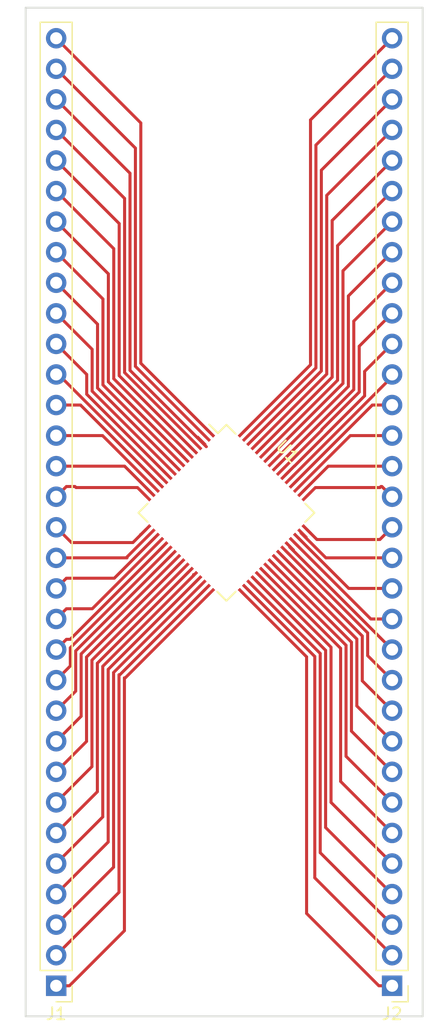
<source format=kicad_pcb>
(kicad_pcb (version 20171130) (host pcbnew "(5.0.1)-4")

  (general
    (thickness 1.6)
    (drawings 4)
    (tracks 232)
    (zones 0)
    (modules 3)
    (nets 64)
  )

  (page A4)
  (layers
    (0 F.Cu signal)
    (31 B.Cu signal)
    (32 B.Adhes user)
    (33 F.Adhes user)
    (34 B.Paste user)
    (35 F.Paste user)
    (36 B.SilkS user)
    (37 F.SilkS user)
    (38 B.Mask user)
    (39 F.Mask user)
    (40 Dwgs.User user)
    (41 Cmts.User user)
    (42 Eco1.User user)
    (43 Eco2.User user)
    (44 Edge.Cuts user)
    (45 Margin user)
    (46 B.CrtYd user)
    (47 F.CrtYd user)
    (48 B.Fab user)
    (49 F.Fab user)
  )

  (setup
    (last_trace_width 0.25)
    (trace_clearance 0.2)
    (zone_clearance 0.508)
    (zone_45_only no)
    (trace_min 0.2)
    (segment_width 0.2)
    (edge_width 0.15)
    (via_size 0.8)
    (via_drill 0.4)
    (via_min_size 0.4)
    (via_min_drill 0.3)
    (uvia_size 0.3)
    (uvia_drill 0.1)
    (uvias_allowed no)
    (uvia_min_size 0.2)
    (uvia_min_drill 0.1)
    (pcb_text_width 0.3)
    (pcb_text_size 1.5 1.5)
    (mod_edge_width 0.15)
    (mod_text_size 1 1)
    (mod_text_width 0.15)
    (pad_size 1.524 1.524)
    (pad_drill 0.762)
    (pad_to_mask_clearance 0.051)
    (solder_mask_min_width 0.25)
    (aux_axis_origin 0 0)
    (visible_elements FFFFFF7F)
    (pcbplotparams
      (layerselection 0x010fc_ffffffff)
      (usegerberextensions false)
      (usegerberattributes false)
      (usegerberadvancedattributes false)
      (creategerberjobfile false)
      (excludeedgelayer true)
      (linewidth 0.100000)
      (plotframeref false)
      (viasonmask false)
      (mode 1)
      (useauxorigin false)
      (hpglpennumber 1)
      (hpglpenspeed 20)
      (hpglpendiameter 15.000000)
      (psnegative false)
      (psa4output false)
      (plotreference true)
      (plotvalue true)
      (plotinvisibletext false)
      (padsonsilk false)
      (subtractmaskfromsilk false)
      (outputformat 1)
      (mirror false)
      (drillshape 1)
      (scaleselection 1)
      (outputdirectory ""))
  )

  (net 0 "")
  (net 1 "Net-(J1-Pad32)")
  (net 2 "Net-(J1-Pad31)")
  (net 3 "Net-(J1-Pad30)")
  (net 4 "Net-(J1-Pad29)")
  (net 5 "Net-(J1-Pad28)")
  (net 6 "Net-(J1-Pad27)")
  (net 7 "Net-(J1-Pad26)")
  (net 8 "Net-(J1-Pad25)")
  (net 9 "Net-(J1-Pad24)")
  (net 10 "Net-(J1-Pad23)")
  (net 11 "Net-(J1-Pad22)")
  (net 12 "Net-(J1-Pad21)")
  (net 13 "Net-(J1-Pad20)")
  (net 14 "Net-(J1-Pad19)")
  (net 15 "Net-(J1-Pad18)")
  (net 16 "Net-(J1-Pad17)")
  (net 17 "Net-(J1-Pad16)")
  (net 18 "Net-(J1-Pad15)")
  (net 19 "Net-(J1-Pad14)")
  (net 20 "Net-(J1-Pad13)")
  (net 21 "Net-(J1-Pad12)")
  (net 22 "Net-(J1-Pad11)")
  (net 23 "Net-(J1-Pad10)")
  (net 24 "Net-(J1-Pad9)")
  (net 25 "Net-(J1-Pad8)")
  (net 26 "Net-(J1-Pad7)")
  (net 27 "Net-(J1-Pad6)")
  (net 28 "Net-(J1-Pad5)")
  (net 29 "Net-(J1-Pad4)")
  (net 30 "Net-(J1-Pad3)")
  (net 31 "Net-(J1-Pad2)")
  (net 32 "Net-(J1-Pad1)")
  (net 33 "Net-(J2-Pad1)")
  (net 34 "Net-(J2-Pad2)")
  (net 35 "Net-(J2-Pad3)")
  (net 36 "Net-(J2-Pad4)")
  (net 37 "Net-(J2-Pad5)")
  (net 38 "Net-(J2-Pad6)")
  (net 39 "Net-(J2-Pad7)")
  (net 40 "Net-(J2-Pad8)")
  (net 41 "Net-(J2-Pad9)")
  (net 42 "Net-(J2-Pad10)")
  (net 43 "Net-(J2-Pad11)")
  (net 44 "Net-(J2-Pad12)")
  (net 45 "Net-(J2-Pad13)")
  (net 46 "Net-(J2-Pad14)")
  (net 47 "Net-(J2-Pad15)")
  (net 48 "Net-(J2-Pad16)")
  (net 49 "Net-(J2-Pad17)")
  (net 50 "Net-(J2-Pad18)")
  (net 51 "Net-(J2-Pad19)")
  (net 52 "Net-(J2-Pad20)")
  (net 53 "Net-(J2-Pad21)")
  (net 54 "Net-(J2-Pad22)")
  (net 55 "Net-(J2-Pad23)")
  (net 56 "Net-(J2-Pad24)")
  (net 57 "Net-(J2-Pad25)")
  (net 58 "Net-(J2-Pad26)")
  (net 59 "Net-(J2-Pad27)")
  (net 60 "Net-(J2-Pad28)")
  (net 61 "Net-(J2-Pad29)")
  (net 62 "Net-(J2-Pad30)")
  (net 63 "Net-(J2-Pad31)")

  (net_class Default "This is the default net class."
    (clearance 0.2)
    (trace_width 0.25)
    (via_dia 0.8)
    (via_drill 0.4)
    (uvia_dia 0.3)
    (uvia_drill 0.1)
    (add_net "Net-(J1-Pad1)")
    (add_net "Net-(J1-Pad10)")
    (add_net "Net-(J1-Pad11)")
    (add_net "Net-(J1-Pad12)")
    (add_net "Net-(J1-Pad13)")
    (add_net "Net-(J1-Pad14)")
    (add_net "Net-(J1-Pad15)")
    (add_net "Net-(J1-Pad16)")
    (add_net "Net-(J1-Pad17)")
    (add_net "Net-(J1-Pad18)")
    (add_net "Net-(J1-Pad19)")
    (add_net "Net-(J1-Pad2)")
    (add_net "Net-(J1-Pad20)")
    (add_net "Net-(J1-Pad21)")
    (add_net "Net-(J1-Pad22)")
    (add_net "Net-(J1-Pad23)")
    (add_net "Net-(J1-Pad24)")
    (add_net "Net-(J1-Pad25)")
    (add_net "Net-(J1-Pad26)")
    (add_net "Net-(J1-Pad27)")
    (add_net "Net-(J1-Pad28)")
    (add_net "Net-(J1-Pad29)")
    (add_net "Net-(J1-Pad3)")
    (add_net "Net-(J1-Pad30)")
    (add_net "Net-(J1-Pad31)")
    (add_net "Net-(J1-Pad32)")
    (add_net "Net-(J1-Pad4)")
    (add_net "Net-(J1-Pad5)")
    (add_net "Net-(J1-Pad6)")
    (add_net "Net-(J1-Pad7)")
    (add_net "Net-(J1-Pad8)")
    (add_net "Net-(J1-Pad9)")
    (add_net "Net-(J2-Pad1)")
    (add_net "Net-(J2-Pad10)")
    (add_net "Net-(J2-Pad11)")
    (add_net "Net-(J2-Pad12)")
    (add_net "Net-(J2-Pad13)")
    (add_net "Net-(J2-Pad14)")
    (add_net "Net-(J2-Pad15)")
    (add_net "Net-(J2-Pad16)")
    (add_net "Net-(J2-Pad17)")
    (add_net "Net-(J2-Pad18)")
    (add_net "Net-(J2-Pad19)")
    (add_net "Net-(J2-Pad2)")
    (add_net "Net-(J2-Pad20)")
    (add_net "Net-(J2-Pad21)")
    (add_net "Net-(J2-Pad22)")
    (add_net "Net-(J2-Pad23)")
    (add_net "Net-(J2-Pad24)")
    (add_net "Net-(J2-Pad25)")
    (add_net "Net-(J2-Pad26)")
    (add_net "Net-(J2-Pad27)")
    (add_net "Net-(J2-Pad28)")
    (add_net "Net-(J2-Pad29)")
    (add_net "Net-(J2-Pad3)")
    (add_net "Net-(J2-Pad30)")
    (add_net "Net-(J2-Pad31)")
    (add_net "Net-(J2-Pad4)")
    (add_net "Net-(J2-Pad5)")
    (add_net "Net-(J2-Pad6)")
    (add_net "Net-(J2-Pad7)")
    (add_net "Net-(J2-Pad8)")
    (add_net "Net-(J2-Pad9)")
  )

  (module Housings_QFP:LQFP-64_10x10mm_Pitch0.5mm (layer F.Cu) (tedit 58CC9A47) (tstamp 5CF1461C)
    (at 148.7805 86.4235 315)
    (descr "64 LEAD LQFP 10x10mm (see MICREL LQFP10x10-64LD-PL-1.pdf)")
    (tags "QFP 0.5")
    (path /5CE48AD4)
    (attr smd)
    (fp_text reference U1 (at 0 -7.2 315) (layer F.SilkS)
      (effects (font (size 1 1) (thickness 0.15)))
    )
    (fp_text value "STM32F103R(C-D-E)Tx" (at 0 7.2 315) (layer F.Fab)
      (effects (font (size 1 1) (thickness 0.15)))
    )
    (fp_text user %R (at 0 0 315) (layer F.Fab)
      (effects (font (size 1 1) (thickness 0.15)))
    )
    (fp_line (start -4 -5) (end 5 -5) (layer F.Fab) (width 0.15))
    (fp_line (start 5 -5) (end 5 5) (layer F.Fab) (width 0.15))
    (fp_line (start 5 5) (end -5 5) (layer F.Fab) (width 0.15))
    (fp_line (start -5 5) (end -5 -4) (layer F.Fab) (width 0.15))
    (fp_line (start -5 -4) (end -4 -5) (layer F.Fab) (width 0.15))
    (fp_line (start -6.45 -6.45) (end -6.45 6.45) (layer F.CrtYd) (width 0.05))
    (fp_line (start 6.45 -6.45) (end 6.45 6.45) (layer F.CrtYd) (width 0.05))
    (fp_line (start -6.45 -6.45) (end 6.45 -6.45) (layer F.CrtYd) (width 0.05))
    (fp_line (start -6.45 6.45) (end 6.45 6.45) (layer F.CrtYd) (width 0.05))
    (fp_line (start -5.175 -5.175) (end -5.175 -4.175) (layer F.SilkS) (width 0.15))
    (fp_line (start 5.175 -5.175) (end 5.175 -4.1) (layer F.SilkS) (width 0.15))
    (fp_line (start 5.175 5.175) (end 5.175 4.1) (layer F.SilkS) (width 0.15))
    (fp_line (start -5.175 5.175) (end -5.175 4.1) (layer F.SilkS) (width 0.15))
    (fp_line (start -5.175 -5.175) (end -4.1 -5.175) (layer F.SilkS) (width 0.15))
    (fp_line (start -5.175 5.175) (end -4.1 5.175) (layer F.SilkS) (width 0.15))
    (fp_line (start 5.175 5.175) (end 4.1 5.175) (layer F.SilkS) (width 0.15))
    (fp_line (start 5.175 -5.175) (end 4.1 -5.175) (layer F.SilkS) (width 0.15))
    (fp_line (start -5.175 -4.175) (end -6.2 -4.175) (layer F.SilkS) (width 0.15))
    (pad 1 smd rect (at -5.7 -3.75 315) (size 1 0.25) (layers F.Cu F.Paste F.Mask)
      (net 1 "Net-(J1-Pad32)"))
    (pad 2 smd rect (at -5.7 -3.25 315) (size 1 0.25) (layers F.Cu F.Paste F.Mask)
      (net 2 "Net-(J1-Pad31)"))
    (pad 3 smd rect (at -5.7 -2.75 315) (size 1 0.25) (layers F.Cu F.Paste F.Mask)
      (net 3 "Net-(J1-Pad30)"))
    (pad 4 smd rect (at -5.7 -2.25 315) (size 1 0.25) (layers F.Cu F.Paste F.Mask)
      (net 4 "Net-(J1-Pad29)"))
    (pad 5 smd rect (at -5.7 -1.75 315) (size 1 0.25) (layers F.Cu F.Paste F.Mask)
      (net 5 "Net-(J1-Pad28)"))
    (pad 6 smd rect (at -5.7 -1.25 315) (size 1 0.25) (layers F.Cu F.Paste F.Mask)
      (net 6 "Net-(J1-Pad27)"))
    (pad 7 smd rect (at -5.7 -0.75 315) (size 1 0.25) (layers F.Cu F.Paste F.Mask)
      (net 7 "Net-(J1-Pad26)"))
    (pad 8 smd rect (at -5.7 -0.25 315) (size 1 0.25) (layers F.Cu F.Paste F.Mask)
      (net 8 "Net-(J1-Pad25)"))
    (pad 9 smd rect (at -5.7 0.25 315) (size 1 0.25) (layers F.Cu F.Paste F.Mask)
      (net 9 "Net-(J1-Pad24)"))
    (pad 10 smd rect (at -5.7 0.75 315) (size 1 0.25) (layers F.Cu F.Paste F.Mask)
      (net 10 "Net-(J1-Pad23)"))
    (pad 11 smd rect (at -5.7 1.25 315) (size 1 0.25) (layers F.Cu F.Paste F.Mask)
      (net 11 "Net-(J1-Pad22)"))
    (pad 12 smd rect (at -5.7 1.75 315) (size 1 0.25) (layers F.Cu F.Paste F.Mask)
      (net 12 "Net-(J1-Pad21)"))
    (pad 13 smd rect (at -5.7 2.25 315) (size 1 0.25) (layers F.Cu F.Paste F.Mask)
      (net 13 "Net-(J1-Pad20)"))
    (pad 14 smd rect (at -5.7 2.75 315) (size 1 0.25) (layers F.Cu F.Paste F.Mask)
      (net 14 "Net-(J1-Pad19)"))
    (pad 15 smd rect (at -5.7 3.25 315) (size 1 0.25) (layers F.Cu F.Paste F.Mask)
      (net 15 "Net-(J1-Pad18)"))
    (pad 16 smd rect (at -5.7 3.75 315) (size 1 0.25) (layers F.Cu F.Paste F.Mask)
      (net 16 "Net-(J1-Pad17)"))
    (pad 17 smd rect (at -3.75 5.7 45) (size 1 0.25) (layers F.Cu F.Paste F.Mask)
      (net 17 "Net-(J1-Pad16)"))
    (pad 18 smd rect (at -3.25 5.7 45) (size 1 0.25) (layers F.Cu F.Paste F.Mask)
      (net 18 "Net-(J1-Pad15)"))
    (pad 19 smd rect (at -2.75 5.7 45) (size 1 0.25) (layers F.Cu F.Paste F.Mask)
      (net 19 "Net-(J1-Pad14)"))
    (pad 20 smd rect (at -2.25 5.7 45) (size 1 0.25) (layers F.Cu F.Paste F.Mask)
      (net 20 "Net-(J1-Pad13)"))
    (pad 21 smd rect (at -1.75 5.7 45) (size 1 0.25) (layers F.Cu F.Paste F.Mask)
      (net 21 "Net-(J1-Pad12)"))
    (pad 22 smd rect (at -1.25 5.7 45) (size 1 0.25) (layers F.Cu F.Paste F.Mask)
      (net 22 "Net-(J1-Pad11)"))
    (pad 23 smd rect (at -0.75 5.7 45) (size 1 0.25) (layers F.Cu F.Paste F.Mask)
      (net 23 "Net-(J1-Pad10)"))
    (pad 24 smd rect (at -0.25 5.7 45) (size 1 0.25) (layers F.Cu F.Paste F.Mask)
      (net 24 "Net-(J1-Pad9)"))
    (pad 25 smd rect (at 0.25 5.7 45) (size 1 0.25) (layers F.Cu F.Paste F.Mask)
      (net 25 "Net-(J1-Pad8)"))
    (pad 26 smd rect (at 0.75 5.7 45) (size 1 0.25) (layers F.Cu F.Paste F.Mask)
      (net 26 "Net-(J1-Pad7)"))
    (pad 27 smd rect (at 1.25 5.7 45) (size 1 0.25) (layers F.Cu F.Paste F.Mask)
      (net 27 "Net-(J1-Pad6)"))
    (pad 28 smd rect (at 1.75 5.7 45) (size 1 0.25) (layers F.Cu F.Paste F.Mask)
      (net 28 "Net-(J1-Pad5)"))
    (pad 29 smd rect (at 2.25 5.7 45) (size 1 0.25) (layers F.Cu F.Paste F.Mask)
      (net 29 "Net-(J1-Pad4)"))
    (pad 30 smd rect (at 2.75 5.7 45) (size 1 0.25) (layers F.Cu F.Paste F.Mask)
      (net 30 "Net-(J1-Pad3)"))
    (pad 31 smd rect (at 3.25 5.7 45) (size 1 0.25) (layers F.Cu F.Paste F.Mask)
      (net 31 "Net-(J1-Pad2)"))
    (pad 32 smd rect (at 3.75 5.7 45) (size 1 0.25) (layers F.Cu F.Paste F.Mask)
      (net 32 "Net-(J1-Pad1)"))
    (pad 33 smd rect (at 5.7 3.75 315) (size 1 0.25) (layers F.Cu F.Paste F.Mask)
      (net 33 "Net-(J2-Pad1)"))
    (pad 34 smd rect (at 5.7 3.25 315) (size 1 0.25) (layers F.Cu F.Paste F.Mask)
      (net 34 "Net-(J2-Pad2)"))
    (pad 35 smd rect (at 5.7 2.75 315) (size 1 0.25) (layers F.Cu F.Paste F.Mask)
      (net 35 "Net-(J2-Pad3)"))
    (pad 36 smd rect (at 5.7 2.25 315) (size 1 0.25) (layers F.Cu F.Paste F.Mask)
      (net 36 "Net-(J2-Pad4)"))
    (pad 37 smd rect (at 5.7 1.75 315) (size 1 0.25) (layers F.Cu F.Paste F.Mask)
      (net 37 "Net-(J2-Pad5)"))
    (pad 38 smd rect (at 5.7 1.25 315) (size 1 0.25) (layers F.Cu F.Paste F.Mask)
      (net 38 "Net-(J2-Pad6)"))
    (pad 39 smd rect (at 5.7 0.75 315) (size 1 0.25) (layers F.Cu F.Paste F.Mask)
      (net 39 "Net-(J2-Pad7)"))
    (pad 40 smd rect (at 5.7 0.25 315) (size 1 0.25) (layers F.Cu F.Paste F.Mask)
      (net 40 "Net-(J2-Pad8)"))
    (pad 41 smd rect (at 5.7 -0.25 315) (size 1 0.25) (layers F.Cu F.Paste F.Mask)
      (net 41 "Net-(J2-Pad9)"))
    (pad 42 smd rect (at 5.7 -0.75 315) (size 1 0.25) (layers F.Cu F.Paste F.Mask)
      (net 42 "Net-(J2-Pad10)"))
    (pad 43 smd rect (at 5.7 -1.25 315) (size 1 0.25) (layers F.Cu F.Paste F.Mask)
      (net 43 "Net-(J2-Pad11)"))
    (pad 44 smd rect (at 5.7 -1.75 315) (size 1 0.25) (layers F.Cu F.Paste F.Mask)
      (net 44 "Net-(J2-Pad12)"))
    (pad 45 smd rect (at 5.7 -2.25 315) (size 1 0.25) (layers F.Cu F.Paste F.Mask)
      (net 45 "Net-(J2-Pad13)"))
    (pad 46 smd rect (at 5.7 -2.75 315) (size 1 0.25) (layers F.Cu F.Paste F.Mask)
      (net 46 "Net-(J2-Pad14)"))
    (pad 47 smd rect (at 5.7 -3.25 315) (size 1 0.25) (layers F.Cu F.Paste F.Mask)
      (net 47 "Net-(J2-Pad15)"))
    (pad 48 smd rect (at 5.7 -3.75 315) (size 1 0.25) (layers F.Cu F.Paste F.Mask)
      (net 48 "Net-(J2-Pad16)"))
    (pad 49 smd rect (at 3.75 -5.7 45) (size 1 0.25) (layers F.Cu F.Paste F.Mask)
      (net 49 "Net-(J2-Pad17)"))
    (pad 50 smd rect (at 3.25 -5.7 45) (size 1 0.25) (layers F.Cu F.Paste F.Mask)
      (net 50 "Net-(J2-Pad18)"))
    (pad 51 smd rect (at 2.75 -5.7 45) (size 1 0.25) (layers F.Cu F.Paste F.Mask)
      (net 51 "Net-(J2-Pad19)"))
    (pad 52 smd rect (at 2.25 -5.7 45) (size 1 0.25) (layers F.Cu F.Paste F.Mask)
      (net 52 "Net-(J2-Pad20)"))
    (pad 53 smd rect (at 1.75 -5.7 45) (size 1 0.25) (layers F.Cu F.Paste F.Mask)
      (net 53 "Net-(J2-Pad21)"))
    (pad 54 smd rect (at 1.25 -5.7 45) (size 1 0.25) (layers F.Cu F.Paste F.Mask)
      (net 54 "Net-(J2-Pad22)"))
    (pad 55 smd rect (at 0.75 -5.7 45) (size 1 0.25) (layers F.Cu F.Paste F.Mask)
      (net 55 "Net-(J2-Pad23)"))
    (pad 56 smd rect (at 0.25 -5.7 45) (size 1 0.25) (layers F.Cu F.Paste F.Mask)
      (net 56 "Net-(J2-Pad24)"))
    (pad 57 smd rect (at -0.25 -5.7 45) (size 1 0.25) (layers F.Cu F.Paste F.Mask)
      (net 57 "Net-(J2-Pad25)"))
    (pad 58 smd rect (at -0.75 -5.7 45) (size 1 0.25) (layers F.Cu F.Paste F.Mask)
      (net 58 "Net-(J2-Pad26)"))
    (pad 59 smd rect (at -1.25 -5.7 45) (size 1 0.25) (layers F.Cu F.Paste F.Mask)
      (net 59 "Net-(J2-Pad27)"))
    (pad 60 smd rect (at -1.75 -5.7 45) (size 1 0.25) (layers F.Cu F.Paste F.Mask)
      (net 60 "Net-(J2-Pad28)"))
    (pad 61 smd rect (at -2.25 -5.7 45) (size 1 0.25) (layers F.Cu F.Paste F.Mask)
      (net 61 "Net-(J2-Pad29)"))
    (pad 62 smd rect (at -2.75 -5.7 45) (size 1 0.25) (layers F.Cu F.Paste F.Mask)
      (net 62 "Net-(J2-Pad30)"))
    (pad 63 smd rect (at -3.25 -5.7 45) (size 1 0.25) (layers F.Cu F.Paste F.Mask)
      (net 63 "Net-(J2-Pad31)"))
    (pad 64 smd rect (at -3.75 -5.7 45) (size 1 0.25) (layers F.Cu F.Paste F.Mask)
      (net 13 "Net-(J1-Pad20)"))
    (model ${KISYS3DMOD}/Housings_QFP.3dshapes/LQFP-64_10x10mm_Pitch0.5mm.wrl
      (at (xyz 0 0 0))
      (scale (xyz 1 1 1))
      (rotate (xyz 0 0 0))
    )
  )

  (module Connector_PinHeader_2.54mm:PinHeader_1x32_P2.54mm_Vertical (layer F.Cu) (tedit 59FED5CC) (tstamp 5CF14FCB)
    (at 134.62 125.73 180)
    (descr "Through hole straight pin header, 1x32, 2.54mm pitch, single row")
    (tags "Through hole pin header THT 1x32 2.54mm single row")
    (path /5CE4EC9C)
    (fp_text reference J1 (at 0 -2.33 180) (layer F.SilkS)
      (effects (font (size 1 1) (thickness 0.15)))
    )
    (fp_text value Conn_01x32 (at 0 81.07 180) (layer F.Fab)
      (effects (font (size 1 1) (thickness 0.15)))
    )
    (fp_line (start -0.635 -1.27) (end 1.27 -1.27) (layer F.Fab) (width 0.1))
    (fp_line (start 1.27 -1.27) (end 1.27 80.01) (layer F.Fab) (width 0.1))
    (fp_line (start 1.27 80.01) (end -1.27 80.01) (layer F.Fab) (width 0.1))
    (fp_line (start -1.27 80.01) (end -1.27 -0.635) (layer F.Fab) (width 0.1))
    (fp_line (start -1.27 -0.635) (end -0.635 -1.27) (layer F.Fab) (width 0.1))
    (fp_line (start -1.33 80.07) (end 1.33 80.07) (layer F.SilkS) (width 0.12))
    (fp_line (start -1.33 1.27) (end -1.33 80.07) (layer F.SilkS) (width 0.12))
    (fp_line (start 1.33 1.27) (end 1.33 80.07) (layer F.SilkS) (width 0.12))
    (fp_line (start -1.33 1.27) (end 1.33 1.27) (layer F.SilkS) (width 0.12))
    (fp_line (start -1.33 0) (end -1.33 -1.33) (layer F.SilkS) (width 0.12))
    (fp_line (start -1.33 -1.33) (end 0 -1.33) (layer F.SilkS) (width 0.12))
    (fp_line (start -1.8 -1.8) (end -1.8 80.55) (layer F.CrtYd) (width 0.05))
    (fp_line (start -1.8 80.55) (end 1.8 80.55) (layer F.CrtYd) (width 0.05))
    (fp_line (start 1.8 80.55) (end 1.8 -1.8) (layer F.CrtYd) (width 0.05))
    (fp_line (start 1.8 -1.8) (end -1.8 -1.8) (layer F.CrtYd) (width 0.05))
    (fp_text user %R (at 0 39.37 270) (layer F.Fab)
      (effects (font (size 1 1) (thickness 0.15)))
    )
    (pad 1 thru_hole rect (at 0 0 180) (size 1.7 1.7) (drill 1) (layers *.Cu *.Mask)
      (net 32 "Net-(J1-Pad1)"))
    (pad 2 thru_hole oval (at 0 2.54 180) (size 1.7 1.7) (drill 1) (layers *.Cu *.Mask)
      (net 31 "Net-(J1-Pad2)"))
    (pad 3 thru_hole oval (at 0 5.08 180) (size 1.7 1.7) (drill 1) (layers *.Cu *.Mask)
      (net 30 "Net-(J1-Pad3)"))
    (pad 4 thru_hole oval (at 0 7.62 180) (size 1.7 1.7) (drill 1) (layers *.Cu *.Mask)
      (net 29 "Net-(J1-Pad4)"))
    (pad 5 thru_hole oval (at 0 10.16 180) (size 1.7 1.7) (drill 1) (layers *.Cu *.Mask)
      (net 28 "Net-(J1-Pad5)"))
    (pad 6 thru_hole oval (at 0 12.7 180) (size 1.7 1.7) (drill 1) (layers *.Cu *.Mask)
      (net 27 "Net-(J1-Pad6)"))
    (pad 7 thru_hole oval (at 0 15.24 180) (size 1.7 1.7) (drill 1) (layers *.Cu *.Mask)
      (net 26 "Net-(J1-Pad7)"))
    (pad 8 thru_hole oval (at 0 17.78 180) (size 1.7 1.7) (drill 1) (layers *.Cu *.Mask)
      (net 25 "Net-(J1-Pad8)"))
    (pad 9 thru_hole oval (at 0 20.32 180) (size 1.7 1.7) (drill 1) (layers *.Cu *.Mask)
      (net 24 "Net-(J1-Pad9)"))
    (pad 10 thru_hole oval (at 0 22.86 180) (size 1.7 1.7) (drill 1) (layers *.Cu *.Mask)
      (net 23 "Net-(J1-Pad10)"))
    (pad 11 thru_hole oval (at 0 25.4 180) (size 1.7 1.7) (drill 1) (layers *.Cu *.Mask)
      (net 22 "Net-(J1-Pad11)"))
    (pad 12 thru_hole oval (at 0 27.94 180) (size 1.7 1.7) (drill 1) (layers *.Cu *.Mask)
      (net 21 "Net-(J1-Pad12)"))
    (pad 13 thru_hole oval (at 0 30.48 180) (size 1.7 1.7) (drill 1) (layers *.Cu *.Mask)
      (net 20 "Net-(J1-Pad13)"))
    (pad 14 thru_hole oval (at 0 33.02 180) (size 1.7 1.7) (drill 1) (layers *.Cu *.Mask)
      (net 19 "Net-(J1-Pad14)"))
    (pad 15 thru_hole oval (at 0 35.56 180) (size 1.7 1.7) (drill 1) (layers *.Cu *.Mask)
      (net 18 "Net-(J1-Pad15)"))
    (pad 16 thru_hole oval (at 0 38.1 180) (size 1.7 1.7) (drill 1) (layers *.Cu *.Mask)
      (net 17 "Net-(J1-Pad16)"))
    (pad 17 thru_hole oval (at 0 40.64 180) (size 1.7 1.7) (drill 1) (layers *.Cu *.Mask)
      (net 16 "Net-(J1-Pad17)"))
    (pad 18 thru_hole oval (at 0 43.18 180) (size 1.7 1.7) (drill 1) (layers *.Cu *.Mask)
      (net 15 "Net-(J1-Pad18)"))
    (pad 19 thru_hole oval (at 0 45.72 180) (size 1.7 1.7) (drill 1) (layers *.Cu *.Mask)
      (net 14 "Net-(J1-Pad19)"))
    (pad 20 thru_hole oval (at 0 48.26 180) (size 1.7 1.7) (drill 1) (layers *.Cu *.Mask)
      (net 13 "Net-(J1-Pad20)"))
    (pad 21 thru_hole oval (at 0 50.8 180) (size 1.7 1.7) (drill 1) (layers *.Cu *.Mask)
      (net 12 "Net-(J1-Pad21)"))
    (pad 22 thru_hole oval (at 0 53.34 180) (size 1.7 1.7) (drill 1) (layers *.Cu *.Mask)
      (net 11 "Net-(J1-Pad22)"))
    (pad 23 thru_hole oval (at 0 55.88 180) (size 1.7 1.7) (drill 1) (layers *.Cu *.Mask)
      (net 10 "Net-(J1-Pad23)"))
    (pad 24 thru_hole oval (at 0 58.42 180) (size 1.7 1.7) (drill 1) (layers *.Cu *.Mask)
      (net 9 "Net-(J1-Pad24)"))
    (pad 25 thru_hole oval (at 0 60.96 180) (size 1.7 1.7) (drill 1) (layers *.Cu *.Mask)
      (net 8 "Net-(J1-Pad25)"))
    (pad 26 thru_hole oval (at 0 63.5 180) (size 1.7 1.7) (drill 1) (layers *.Cu *.Mask)
      (net 7 "Net-(J1-Pad26)"))
    (pad 27 thru_hole oval (at 0 66.04 180) (size 1.7 1.7) (drill 1) (layers *.Cu *.Mask)
      (net 6 "Net-(J1-Pad27)"))
    (pad 28 thru_hole oval (at 0 68.58 180) (size 1.7 1.7) (drill 1) (layers *.Cu *.Mask)
      (net 5 "Net-(J1-Pad28)"))
    (pad 29 thru_hole oval (at 0 71.12 180) (size 1.7 1.7) (drill 1) (layers *.Cu *.Mask)
      (net 4 "Net-(J1-Pad29)"))
    (pad 30 thru_hole oval (at 0 73.66 180) (size 1.7 1.7) (drill 1) (layers *.Cu *.Mask)
      (net 3 "Net-(J1-Pad30)"))
    (pad 31 thru_hole oval (at 0 76.2 180) (size 1.7 1.7) (drill 1) (layers *.Cu *.Mask)
      (net 2 "Net-(J1-Pad31)"))
    (pad 32 thru_hole oval (at 0 78.74 180) (size 1.7 1.7) (drill 1) (layers *.Cu *.Mask)
      (net 1 "Net-(J1-Pad32)"))
    (model ${KISYS3DMOD}/Connector_PinHeader_2.54mm.3dshapes/PinHeader_1x32_P2.54mm_Vertical.wrl
      (at (xyz 0 0 0))
      (scale (xyz 1 1 1))
      (rotate (xyz 0 0 0))
    )
  )

  (module Connector_PinHeader_2.54mm:PinHeader_1x32_P2.54mm_Vertical (layer F.Cu) (tedit 59FED5CC) (tstamp 5CF14796)
    (at 162.56 125.73 180)
    (descr "Through hole straight pin header, 1x32, 2.54mm pitch, single row")
    (tags "Through hole pin header THT 1x32 2.54mm single row")
    (path /5CE4ECFC)
    (fp_text reference J2 (at 0 -2.33 180) (layer F.SilkS)
      (effects (font (size 1 1) (thickness 0.15)))
    )
    (fp_text value Conn_01x32 (at 0 81.07 180) (layer F.Fab)
      (effects (font (size 1 1) (thickness 0.15)))
    )
    (fp_text user %R (at 0 39.37 270) (layer F.Fab)
      (effects (font (size 1 1) (thickness 0.15)))
    )
    (fp_line (start 1.8 -1.8) (end -1.8 -1.8) (layer F.CrtYd) (width 0.05))
    (fp_line (start 1.8 80.55) (end 1.8 -1.8) (layer F.CrtYd) (width 0.05))
    (fp_line (start -1.8 80.55) (end 1.8 80.55) (layer F.CrtYd) (width 0.05))
    (fp_line (start -1.8 -1.8) (end -1.8 80.55) (layer F.CrtYd) (width 0.05))
    (fp_line (start -1.33 -1.33) (end 0 -1.33) (layer F.SilkS) (width 0.12))
    (fp_line (start -1.33 0) (end -1.33 -1.33) (layer F.SilkS) (width 0.12))
    (fp_line (start -1.33 1.27) (end 1.33 1.27) (layer F.SilkS) (width 0.12))
    (fp_line (start 1.33 1.27) (end 1.33 80.07) (layer F.SilkS) (width 0.12))
    (fp_line (start -1.33 1.27) (end -1.33 80.07) (layer F.SilkS) (width 0.12))
    (fp_line (start -1.33 80.07) (end 1.33 80.07) (layer F.SilkS) (width 0.12))
    (fp_line (start -1.27 -0.635) (end -0.635 -1.27) (layer F.Fab) (width 0.1))
    (fp_line (start -1.27 80.01) (end -1.27 -0.635) (layer F.Fab) (width 0.1))
    (fp_line (start 1.27 80.01) (end -1.27 80.01) (layer F.Fab) (width 0.1))
    (fp_line (start 1.27 -1.27) (end 1.27 80.01) (layer F.Fab) (width 0.1))
    (fp_line (start -0.635 -1.27) (end 1.27 -1.27) (layer F.Fab) (width 0.1))
    (pad 32 thru_hole oval (at 0 78.74 180) (size 1.7 1.7) (drill 1) (layers *.Cu *.Mask)
      (net 13 "Net-(J1-Pad20)"))
    (pad 31 thru_hole oval (at 0 76.2 180) (size 1.7 1.7) (drill 1) (layers *.Cu *.Mask)
      (net 63 "Net-(J2-Pad31)"))
    (pad 30 thru_hole oval (at 0 73.66 180) (size 1.7 1.7) (drill 1) (layers *.Cu *.Mask)
      (net 62 "Net-(J2-Pad30)"))
    (pad 29 thru_hole oval (at 0 71.12 180) (size 1.7 1.7) (drill 1) (layers *.Cu *.Mask)
      (net 61 "Net-(J2-Pad29)"))
    (pad 28 thru_hole oval (at 0 68.58 180) (size 1.7 1.7) (drill 1) (layers *.Cu *.Mask)
      (net 60 "Net-(J2-Pad28)"))
    (pad 27 thru_hole oval (at 0 66.04 180) (size 1.7 1.7) (drill 1) (layers *.Cu *.Mask)
      (net 59 "Net-(J2-Pad27)"))
    (pad 26 thru_hole oval (at 0 63.5 180) (size 1.7 1.7) (drill 1) (layers *.Cu *.Mask)
      (net 58 "Net-(J2-Pad26)"))
    (pad 25 thru_hole oval (at 0 60.96 180) (size 1.7 1.7) (drill 1) (layers *.Cu *.Mask)
      (net 57 "Net-(J2-Pad25)"))
    (pad 24 thru_hole oval (at 0 58.42 180) (size 1.7 1.7) (drill 1) (layers *.Cu *.Mask)
      (net 56 "Net-(J2-Pad24)"))
    (pad 23 thru_hole oval (at 0 55.88 180) (size 1.7 1.7) (drill 1) (layers *.Cu *.Mask)
      (net 55 "Net-(J2-Pad23)"))
    (pad 22 thru_hole oval (at 0 53.34 180) (size 1.7 1.7) (drill 1) (layers *.Cu *.Mask)
      (net 54 "Net-(J2-Pad22)"))
    (pad 21 thru_hole oval (at 0 50.8 180) (size 1.7 1.7) (drill 1) (layers *.Cu *.Mask)
      (net 53 "Net-(J2-Pad21)"))
    (pad 20 thru_hole oval (at 0 48.26 180) (size 1.7 1.7) (drill 1) (layers *.Cu *.Mask)
      (net 52 "Net-(J2-Pad20)"))
    (pad 19 thru_hole oval (at 0 45.72 180) (size 1.7 1.7) (drill 1) (layers *.Cu *.Mask)
      (net 51 "Net-(J2-Pad19)"))
    (pad 18 thru_hole oval (at 0 43.18 180) (size 1.7 1.7) (drill 1) (layers *.Cu *.Mask)
      (net 50 "Net-(J2-Pad18)"))
    (pad 17 thru_hole oval (at 0 40.64 180) (size 1.7 1.7) (drill 1) (layers *.Cu *.Mask)
      (net 49 "Net-(J2-Pad17)"))
    (pad 16 thru_hole oval (at 0 38.1 180) (size 1.7 1.7) (drill 1) (layers *.Cu *.Mask)
      (net 48 "Net-(J2-Pad16)"))
    (pad 15 thru_hole oval (at 0 35.56 180) (size 1.7 1.7) (drill 1) (layers *.Cu *.Mask)
      (net 47 "Net-(J2-Pad15)"))
    (pad 14 thru_hole oval (at 0 33.02 180) (size 1.7 1.7) (drill 1) (layers *.Cu *.Mask)
      (net 46 "Net-(J2-Pad14)"))
    (pad 13 thru_hole oval (at 0 30.48 180) (size 1.7 1.7) (drill 1) (layers *.Cu *.Mask)
      (net 45 "Net-(J2-Pad13)"))
    (pad 12 thru_hole oval (at 0 27.94 180) (size 1.7 1.7) (drill 1) (layers *.Cu *.Mask)
      (net 44 "Net-(J2-Pad12)"))
    (pad 11 thru_hole oval (at 0 25.4 180) (size 1.7 1.7) (drill 1) (layers *.Cu *.Mask)
      (net 43 "Net-(J2-Pad11)"))
    (pad 10 thru_hole oval (at 0 22.86 180) (size 1.7 1.7) (drill 1) (layers *.Cu *.Mask)
      (net 42 "Net-(J2-Pad10)"))
    (pad 9 thru_hole oval (at 0 20.32 180) (size 1.7 1.7) (drill 1) (layers *.Cu *.Mask)
      (net 41 "Net-(J2-Pad9)"))
    (pad 8 thru_hole oval (at 0 17.78 180) (size 1.7 1.7) (drill 1) (layers *.Cu *.Mask)
      (net 40 "Net-(J2-Pad8)"))
    (pad 7 thru_hole oval (at 0 15.24 180) (size 1.7 1.7) (drill 1) (layers *.Cu *.Mask)
      (net 39 "Net-(J2-Pad7)"))
    (pad 6 thru_hole oval (at 0 12.7 180) (size 1.7 1.7) (drill 1) (layers *.Cu *.Mask)
      (net 38 "Net-(J2-Pad6)"))
    (pad 5 thru_hole oval (at 0 10.16 180) (size 1.7 1.7) (drill 1) (layers *.Cu *.Mask)
      (net 37 "Net-(J2-Pad5)"))
    (pad 4 thru_hole oval (at 0 7.62 180) (size 1.7 1.7) (drill 1) (layers *.Cu *.Mask)
      (net 36 "Net-(J2-Pad4)"))
    (pad 3 thru_hole oval (at 0 5.08 180) (size 1.7 1.7) (drill 1) (layers *.Cu *.Mask)
      (net 35 "Net-(J2-Pad3)"))
    (pad 2 thru_hole oval (at 0 2.54 180) (size 1.7 1.7) (drill 1) (layers *.Cu *.Mask)
      (net 34 "Net-(J2-Pad2)"))
    (pad 1 thru_hole rect (at 0 0 180) (size 1.7 1.7) (drill 1) (layers *.Cu *.Mask)
      (net 33 "Net-(J2-Pad1)"))
    (model ${KISYS3DMOD}/Connector_PinHeader_2.54mm.3dshapes/PinHeader_1x32_P2.54mm_Vertical.wrl
      (at (xyz 0 0 0))
      (scale (xyz 1 1 1))
      (rotate (xyz 0 0 0))
    )
  )

  (gr_line (start 132.08 44.45) (end 165.1 44.45) (layer Edge.Cuts) (width 0.15))
  (gr_line (start 132.08 128.27) (end 132.08 44.45) (layer Edge.Cuts) (width 0.15))
  (gr_line (start 165.1 128.27) (end 132.08 128.27) (layer Edge.Cuts) (width 0.15))
  (gr_line (start 165.1 44.45) (end 165.1 128.27) (layer Edge.Cuts) (width 0.15))

  (segment (start 135.469999 47.839999) (end 134.62 46.99) (width 0.25) (layer F.Cu) (net 1))
  (segment (start 141.660099 54.030099) (end 135.469999 47.839999) (width 0.25) (layer F.Cu) (net 1))
  (segment (start 141.660099 73.999798) (end 141.660099 54.030099) (width 0.25) (layer F.Cu) (net 1))
  (segment (start 147.401642 79.741341) (end 141.660099 73.999798) (width 0.25) (layer F.Cu) (net 1))
  (segment (start 146.623825 79.670631) (end 147.048088 80.094894) (width 0.25) (layer F.Cu) (net 2))
  (segment (start 141.210089 74.256895) (end 146.623825 79.670631) (width 0.25) (layer F.Cu) (net 2))
  (segment (start 141.210089 56.120089) (end 141.210089 74.256895) (width 0.25) (layer F.Cu) (net 2))
  (segment (start 134.62 49.53) (end 141.210089 56.120089) (width 0.25) (layer F.Cu) (net 2))
  (segment (start 140.760079 74.584686) (end 147.107934 80.932541) (width 0.25) (layer F.Cu) (net 3))
  (segment (start 134.62 52.07) (end 140.760079 58.210079) (width 0.25) (layer F.Cu) (net 3))
  (segment (start 140.760079 58.210079) (end 140.760079 74.584686) (width 0.25) (layer F.Cu) (net 3))
  (segment (start 145.916719 80.377738) (end 146.340982 80.802001) (width 0.25) (layer F.Cu) (net 4))
  (segment (start 140.310069 74.771088) (end 145.916719 80.377738) (width 0.25) (layer F.Cu) (net 4))
  (segment (start 140.310069 60.300069) (end 140.310069 74.771088) (width 0.25) (layer F.Cu) (net 4))
  (segment (start 134.62 54.61) (end 140.310069 60.300069) (width 0.25) (layer F.Cu) (net 4))
  (segment (start 145.563165 80.731291) (end 145.987428 81.155554) (width 0.25) (layer F.Cu) (net 5))
  (segment (start 139.860059 75.028185) (end 145.563165 80.731291) (width 0.25) (layer F.Cu) (net 5))
  (segment (start 139.860059 62.390059) (end 139.860059 75.028185) (width 0.25) (layer F.Cu) (net 5))
  (segment (start 134.62 57.15) (end 139.860059 62.390059) (width 0.25) (layer F.Cu) (net 5))
  (segment (start 145.209612 81.084845) (end 145.633875 81.509108) (width 0.25) (layer F.Cu) (net 6))
  (segment (start 139.410049 75.285282) (end 145.209612 81.084845) (width 0.25) (layer F.Cu) (net 6))
  (segment (start 139.410049 64.480049) (end 139.410049 75.285282) (width 0.25) (layer F.Cu) (net 6))
  (segment (start 134.62 59.69) (end 139.410049 64.480049) (width 0.25) (layer F.Cu) (net 6))
  (segment (start 144.856058 81.438398) (end 145.280321 81.862661) (width 0.25) (layer F.Cu) (net 7))
  (segment (start 138.960039 75.542379) (end 144.856058 81.438398) (width 0.25) (layer F.Cu) (net 7))
  (segment (start 138.960039 66.570039) (end 138.960039 75.542379) (width 0.25) (layer F.Cu) (net 7))
  (segment (start 134.62 62.23) (end 138.960039 66.570039) (width 0.25) (layer F.Cu) (net 7))
  (segment (start 144.502505 81.791952) (end 144.926768 82.216215) (width 0.25) (layer F.Cu) (net 8))
  (segment (start 138.510029 75.799476) (end 144.502505 81.791952) (width 0.25) (layer F.Cu) (net 8))
  (segment (start 138.510029 68.660029) (end 138.510029 75.799476) (width 0.25) (layer F.Cu) (net 8))
  (segment (start 134.62 64.77) (end 138.510029 68.660029) (width 0.25) (layer F.Cu) (net 8))
  (segment (start 144.148952 82.145505) (end 144.573215 82.569768) (width 0.25) (layer F.Cu) (net 9))
  (segment (start 138.060019 76.056572) (end 144.148952 82.145505) (width 0.25) (layer F.Cu) (net 9))
  (segment (start 138.060019 70.750019) (end 138.060019 76.056572) (width 0.25) (layer F.Cu) (net 9))
  (segment (start 134.62 67.31) (end 138.060019 70.750019) (width 0.25) (layer F.Cu) (net 9))
  (segment (start 143.795398 82.499058) (end 144.219661 82.923321) (width 0.25) (layer F.Cu) (net 10))
  (segment (start 137.610009 76.313669) (end 143.795398 82.499058) (width 0.25) (layer F.Cu) (net 10))
  (segment (start 137.610009 72.840009) (end 137.610009 76.313669) (width 0.25) (layer F.Cu) (net 10))
  (segment (start 134.62 69.85) (end 137.610009 72.840009) (width 0.25) (layer F.Cu) (net 10))
  (segment (start 143.441845 82.852612) (end 143.866108 83.276875) (width 0.25) (layer F.Cu) (net 11))
  (segment (start 137.16 76.570767) (end 143.441845 82.852612) (width 0.25) (layer F.Cu) (net 11))
  (segment (start 137.16 74.93) (end 137.16 76.570767) (width 0.25) (layer F.Cu) (net 11))
  (segment (start 134.62 72.39) (end 137.16 74.93) (width 0.25) (layer F.Cu) (net 11))
  (segment (start 134.812126 74.93) (end 134.62 74.93) (width 0.25) (layer F.Cu) (net 12))
  (segment (start 143.512554 83.630428) (end 134.812126 74.93) (width 0.25) (layer F.Cu) (net 12))
  (segment (start 136.645019 77.47) (end 134.62 77.47) (width 0.25) (layer F.Cu) (net 13))
  (segment (start 143.159001 83.983982) (end 136.645019 77.47) (width 0.25) (layer F.Cu) (net 13))
  (segment (start 155.7739 74.126799) (end 150.159358 79.741341) (width 0.25) (layer F.Cu) (net 13))
  (segment (start 162.56 46.99) (end 155.7739 53.7761) (width 0.25) (layer F.Cu) (net 13))
  (segment (start 155.7739 53.7761) (end 155.7739 74.126799) (width 0.25) (layer F.Cu) (net 13))
  (segment (start 138.477913 80.01) (end 134.62 80.01) (width 0.25) (layer F.Cu) (net 14))
  (segment (start 142.805448 84.337535) (end 138.477913 80.01) (width 0.25) (layer F.Cu) (net 14))
  (segment (start 140.310806 82.55) (end 134.62 82.55) (width 0.25) (layer F.Cu) (net 15))
  (segment (start 142.451894 84.691088) (end 140.310806 82.55) (width 0.25) (layer F.Cu) (net 15))
  (segment (start 135.469999 84.240001) (end 134.62 85.09) (width 0.25) (layer F.Cu) (net 16))
  (segment (start 136.183001 84.240001) (end 135.469999 84.240001) (width 0.25) (layer F.Cu) (net 16))
  (segment (start 136.271 84.328) (end 136.183001 84.240001) (width 0.25) (layer F.Cu) (net 16))
  (segment (start 141.381699 84.328) (end 136.271 84.328) (width 0.25) (layer F.Cu) (net 16))
  (segment (start 142.098341 85.044642) (end 141.381699 84.328) (width 0.25) (layer F.Cu) (net 16))
  (segment (start 141.674078 88.226621) (end 141.643379 88.226621) (width 0.25) (layer F.Cu) (net 17))
  (segment (start 142.098341 87.802358) (end 141.674078 88.226621) (width 0.25) (layer F.Cu) (net 17))
  (segment (start 142.098341 87.802358) (end 141.000699 88.9) (width 0.25) (layer F.Cu) (net 17))
  (segment (start 135.89 88.9) (end 134.62 87.63) (width 0.25) (layer F.Cu) (net 17))
  (segment (start 141.000699 88.9) (end 135.89 88.9) (width 0.25) (layer F.Cu) (net 17))
  (segment (start 134.62 90.17) (end 140.508501 90.17) (width 0.25) (layer F.Cu) (net 18))
  (segment (start 140.508501 90.099305) (end 142.451894 88.155912) (width 0.25) (layer F.Cu) (net 18))
  (segment (start 140.508501 90.17) (end 140.508501 90.099305) (width 0.25) (layer F.Cu) (net 18))
  (segment (start 142.381185 88.933728) (end 142.805448 88.509465) (width 0.25) (layer F.Cu) (net 19))
  (segment (start 139.454912 91.860001) (end 142.381185 88.933728) (width 0.25) (layer F.Cu) (net 19))
  (segment (start 135.469999 91.860001) (end 139.454912 91.860001) (width 0.25) (layer F.Cu) (net 19))
  (segment (start 134.62 92.71) (end 135.469999 91.860001) (width 0.25) (layer F.Cu) (net 19))
  (segment (start 142.734738 89.287281) (end 143.159001 88.863018) (width 0.25) (layer F.Cu) (net 20))
  (segment (start 137.622018 94.400001) (end 142.734738 89.287281) (width 0.25) (layer F.Cu) (net 20))
  (segment (start 135.469999 94.400001) (end 137.622018 94.400001) (width 0.25) (layer F.Cu) (net 20))
  (segment (start 134.62 95.25) (end 135.469999 94.400001) (width 0.25) (layer F.Cu) (net 20))
  (segment (start 143.088291 89.640835) (end 143.512554 89.216572) (width 0.25) (layer F.Cu) (net 21))
  (segment (start 135.789125 96.940001) (end 143.088291 89.640835) (width 0.25) (layer F.Cu) (net 21))
  (segment (start 135.469999 96.940001) (end 135.789125 96.940001) (width 0.25) (layer F.Cu) (net 21))
  (segment (start 134.62 97.79) (end 135.469999 96.940001) (width 0.25) (layer F.Cu) (net 21))
  (segment (start 143.441845 89.994388) (end 143.866108 89.570125) (width 0.25) (layer F.Cu) (net 22))
  (segment (start 135.795001 97.641232) (end 143.441845 89.994388) (width 0.25) (layer F.Cu) (net 22))
  (segment (start 135.795001 99.154999) (end 135.795001 97.641232) (width 0.25) (layer F.Cu) (net 22))
  (segment (start 134.62 100.33) (end 135.795001 99.154999) (width 0.25) (layer F.Cu) (net 22))
  (segment (start 143.795398 90.347942) (end 144.219661 89.923679) (width 0.25) (layer F.Cu) (net 23))
  (segment (start 136.245011 97.898329) (end 143.795398 90.347942) (width 0.25) (layer F.Cu) (net 23))
  (segment (start 136.245011 101.244989) (end 136.245011 97.898329) (width 0.25) (layer F.Cu) (net 23))
  (segment (start 134.62 102.87) (end 136.245011 101.244989) (width 0.25) (layer F.Cu) (net 23))
  (segment (start 144.148952 90.701495) (end 144.573215 90.277232) (width 0.25) (layer F.Cu) (net 24))
  (segment (start 136.695021 98.155426) (end 144.148952 90.701495) (width 0.25) (layer F.Cu) (net 24))
  (segment (start 136.695021 103.334979) (end 136.695021 98.155426) (width 0.25) (layer F.Cu) (net 24))
  (segment (start 134.62 105.41) (end 136.695021 103.334979) (width 0.25) (layer F.Cu) (net 24))
  (segment (start 144.502505 91.055048) (end 144.926768 90.630785) (width 0.25) (layer F.Cu) (net 25))
  (segment (start 137.145031 98.412522) (end 144.502505 91.055048) (width 0.25) (layer F.Cu) (net 25))
  (segment (start 137.145031 105.424969) (end 137.145031 98.412522) (width 0.25) (layer F.Cu) (net 25))
  (segment (start 134.62 107.95) (end 137.145031 105.424969) (width 0.25) (layer F.Cu) (net 25))
  (segment (start 144.856058 91.408602) (end 145.280321 90.984339) (width 0.25) (layer F.Cu) (net 26))
  (segment (start 137.595041 98.669619) (end 144.856058 91.408602) (width 0.25) (layer F.Cu) (net 26))
  (segment (start 137.595041 107.514959) (end 137.595041 98.669619) (width 0.25) (layer F.Cu) (net 26))
  (segment (start 134.62 110.49) (end 137.595041 107.514959) (width 0.25) (layer F.Cu) (net 26))
  (segment (start 145.209612 91.762155) (end 145.633875 91.337892) (width 0.25) (layer F.Cu) (net 27))
  (segment (start 138.045051 98.926716) (end 145.209612 91.762155) (width 0.25) (layer F.Cu) (net 27))
  (segment (start 138.045051 109.604949) (end 138.045051 98.926716) (width 0.25) (layer F.Cu) (net 27))
  (segment (start 134.62 113.03) (end 138.045051 109.604949) (width 0.25) (layer F.Cu) (net 27))
  (segment (start 146.05 91.628874) (end 146.05 91.558179) (width 0.25) (layer F.Cu) (net 28))
  (segment (start 138.495061 99.183813) (end 146.05 91.628874) (width 0.25) (layer F.Cu) (net 28))
  (segment (start 134.62 115.57) (end 138.495061 111.694939) (width 0.25) (layer F.Cu) (net 28))
  (segment (start 138.495061 111.694939) (end 138.495061 99.183813) (width 0.25) (layer F.Cu) (net 28))
  (segment (start 138.94507 99.440911) (end 146.437981 91.948) (width 0.25) (layer F.Cu) (net 29))
  (segment (start 134.62 118.11) (end 138.94507 113.78493) (width 0.25) (layer F.Cu) (net 29))
  (segment (start 138.94507 113.78493) (end 138.94507 99.440911) (width 0.25) (layer F.Cu) (net 29))
  (segment (start 146.270272 92.822815) (end 146.694535 92.398552) (width 0.25) (layer F.Cu) (net 30))
  (segment (start 139.395079 99.698008) (end 146.270272 92.822815) (width 0.25) (layer F.Cu) (net 30))
  (segment (start 139.395079 115.874921) (end 139.395079 99.698008) (width 0.25) (layer F.Cu) (net 30))
  (segment (start 134.62 120.65) (end 139.395079 115.874921) (width 0.25) (layer F.Cu) (net 30))
  (segment (start 139.845089 117.964911) (end 139.845089 99.88441) (width 0.25) (layer F.Cu) (net 31))
  (segment (start 134.62 123.19) (end 139.845089 117.964911) (width 0.25) (layer F.Cu) (net 31))
  (segment (start 139.915784 99.88441) (end 147.048088 92.752106) (width 0.25) (layer F.Cu) (net 31))
  (segment (start 139.845089 99.88441) (end 139.915784 99.88441) (width 0.25) (layer F.Cu) (net 31))
  (segment (start 140.295099 121.154901) (end 140.295099 100.141505) (width 0.25) (layer F.Cu) (net 32))
  (segment (start 134.62 125.73) (end 135.72 125.73) (width 0.25) (layer F.Cu) (net 32))
  (segment (start 135.72 125.73) (end 140.295099 121.154901) (width 0.25) (layer F.Cu) (net 32))
  (segment (start 140.365796 100.141505) (end 147.401642 93.105659) (width 0.25) (layer F.Cu) (net 32))
  (segment (start 140.295099 100.141505) (end 140.365796 100.141505) (width 0.25) (layer F.Cu) (net 32))
  (segment (start 161.46 125.73) (end 155.448 119.718) (width 0.25) (layer F.Cu) (net 33))
  (segment (start 162.56 125.73) (end 161.46 125.73) (width 0.25) (layer F.Cu) (net 33))
  (segment (start 155.448 98.394301) (end 150.017699 92.964) (width 0.25) (layer F.Cu) (net 33))
  (segment (start 155.448 119.718) (end 155.448 98.394301) (width 0.25) (layer F.Cu) (net 33))
  (segment (start 162.56 123.19) (end 156.12997 116.75997) (width 0.25) (layer F.Cu) (net 34))
  (segment (start 156.12997 98.369164) (end 150.512912 92.752106) (width 0.25) (layer F.Cu) (net 34))
  (segment (start 156.12997 116.75997) (end 156.12997 98.369164) (width 0.25) (layer F.Cu) (net 34))
  (segment (start 156.57998 98.112067) (end 150.866465 92.398552) (width 0.25) (layer F.Cu) (net 35))
  (segment (start 162.56 120.65) (end 156.57998 114.66998) (width 0.25) (layer F.Cu) (net 35))
  (segment (start 156.57998 114.66998) (end 156.57998 98.112067) (width 0.25) (layer F.Cu) (net 35))
  (segment (start 157.02999 97.854971) (end 151.220018 92.044999) (width 0.25) (layer F.Cu) (net 36))
  (segment (start 162.56 118.11) (end 157.02999 112.57999) (width 0.25) (layer F.Cu) (net 36))
  (segment (start 157.02999 112.57999) (end 157.02999 97.854971) (width 0.25) (layer F.Cu) (net 36))
  (segment (start 162.56 115.57) (end 157.48 110.49) (width 0.25) (layer F.Cu) (net 37))
  (segment (start 157.48 97.597874) (end 151.573572 91.691446) (width 0.25) (layer F.Cu) (net 37))
  (segment (start 157.48 110.49) (end 157.48 97.597874) (width 0.25) (layer F.Cu) (net 37))
  (segment (start 152.351388 91.762155) (end 151.927125 91.337892) (width 0.25) (layer F.Cu) (net 38))
  (segment (start 158.27795 97.688717) (end 152.351388 91.762155) (width 0.25) (layer F.Cu) (net 38))
  (segment (start 158.27795 108.74795) (end 158.27795 97.688717) (width 0.25) (layer F.Cu) (net 38))
  (segment (start 162.56 113.03) (end 158.27795 108.74795) (width 0.25) (layer F.Cu) (net 38))
  (segment (start 152.704942 91.408602) (end 152.280679 90.984339) (width 0.25) (layer F.Cu) (net 39))
  (segment (start 158.72796 97.43162) (end 152.704942 91.408602) (width 0.25) (layer F.Cu) (net 39))
  (segment (start 158.72796 106.65796) (end 158.72796 97.43162) (width 0.25) (layer F.Cu) (net 39))
  (segment (start 162.56 110.49) (end 158.72796 106.65796) (width 0.25) (layer F.Cu) (net 39))
  (segment (start 153.058495 91.055048) (end 152.634232 90.630785) (width 0.25) (layer F.Cu) (net 40))
  (segment (start 159.17797 97.174523) (end 153.058495 91.055048) (width 0.25) (layer F.Cu) (net 40))
  (segment (start 159.17797 104.56797) (end 159.17797 97.174523) (width 0.25) (layer F.Cu) (net 40))
  (segment (start 162.56 107.95) (end 159.17797 104.56797) (width 0.25) (layer F.Cu) (net 40))
  (segment (start 153.412048 90.701495) (end 152.987785 90.277232) (width 0.25) (layer F.Cu) (net 41))
  (segment (start 159.62798 96.917427) (end 153.412048 90.701495) (width 0.25) (layer F.Cu) (net 41))
  (segment (start 159.62798 102.47798) (end 159.62798 96.917427) (width 0.25) (layer F.Cu) (net 41))
  (segment (start 162.56 105.41) (end 159.62798 102.47798) (width 0.25) (layer F.Cu) (net 41))
  (segment (start 153.765602 90.347942) (end 153.341339 89.923679) (width 0.25) (layer F.Cu) (net 42))
  (segment (start 160.07799 96.66033) (end 153.765602 90.347942) (width 0.25) (layer F.Cu) (net 42))
  (segment (start 160.07799 100.38799) (end 160.07799 96.66033) (width 0.25) (layer F.Cu) (net 42))
  (segment (start 162.56 102.87) (end 160.07799 100.38799) (width 0.25) (layer F.Cu) (net 42))
  (segment (start 154.119155 89.994388) (end 153.694892 89.570125) (width 0.25) (layer F.Cu) (net 43))
  (segment (start 160.528 96.403233) (end 154.119155 89.994388) (width 0.25) (layer F.Cu) (net 43))
  (segment (start 160.528 98.298) (end 160.528 96.403233) (width 0.25) (layer F.Cu) (net 43))
  (segment (start 162.56 100.33) (end 160.528 98.298) (width 0.25) (layer F.Cu) (net 43))
  (segment (start 154.048446 89.278446) (end 154.048446 89.216572) (width 0.25) (layer F.Cu) (net 44))
  (segment (start 162.56 97.79) (end 154.048446 89.278446) (width 0.25) (layer F.Cu) (net 44))
  (segment (start 160.788981 95.25) (end 154.401999 88.863018) (width 0.25) (layer F.Cu) (net 45))
  (segment (start 162.56 95.25) (end 160.788981 95.25) (width 0.25) (layer F.Cu) (net 45))
  (segment (start 155.179815 88.933728) (end 154.755552 88.509465) (width 0.25) (layer F.Cu) (net 46))
  (segment (start 158.956089 92.71) (end 155.179815 88.933728) (width 0.25) (layer F.Cu) (net 46))
  (segment (start 162.56 92.71) (end 158.956089 92.71) (width 0.25) (layer F.Cu) (net 46))
  (segment (start 157.052499 90.17) (end 155.522504 88.640005) (width 0.25) (layer F.Cu) (net 47))
  (segment (start 162.56 90.17) (end 157.052499 90.17) (width 0.25) (layer F.Cu) (net 47))
  (segment (start 155.522504 88.640005) (end 154.980249 88.09775) (width 0.25) (layer F.Cu) (net 47))
  (segment (start 155.462659 87.802358) (end 156.306301 88.646) (width 0.25) (layer F.Cu) (net 48))
  (segment (start 161.544 88.646) (end 162.56 87.63) (width 0.25) (layer F.Cu) (net 48))
  (segment (start 156.306301 88.646) (end 161.544 88.646) (width 0.25) (layer F.Cu) (net 48))
  (segment (start 161.710001 84.240001) (end 162.56 85.09) (width 0.25) (layer F.Cu) (net 49))
  (segment (start 161.631999 84.240001) (end 161.710001 84.240001) (width 0.25) (layer F.Cu) (net 49))
  (segment (start 161.544 84.328) (end 161.631999 84.240001) (width 0.25) (layer F.Cu) (net 49))
  (segment (start 156.179301 84.328) (end 161.544 84.328) (width 0.25) (layer F.Cu) (net 49))
  (segment (start 155.462659 85.044642) (end 156.179301 84.328) (width 0.25) (layer F.Cu) (net 49))
  (segment (start 157.250194 82.55) (end 162.56 82.55) (width 0.25) (layer F.Cu) (net 50))
  (segment (start 155.109106 84.691088) (end 157.250194 82.55) (width 0.25) (layer F.Cu) (net 50))
  (segment (start 159.083087 80.01) (end 162.56 80.01) (width 0.25) (layer F.Cu) (net 51))
  (segment (start 154.755552 84.337535) (end 159.083087 80.01) (width 0.25) (layer F.Cu) (net 51))
  (segment (start 160.915981 77.47) (end 162.56 77.47) (width 0.25) (layer F.Cu) (net 52))
  (segment (start 154.401999 83.983982) (end 160.915981 77.47) (width 0.25) (layer F.Cu) (net 52))
  (segment (start 162.56 75.118874) (end 162.56 74.93) (width 0.25) (layer F.Cu) (net 53))
  (segment (start 154.048446 83.630428) (end 162.56 75.118874) (width 0.25) (layer F.Cu) (net 53))
  (segment (start 154.432 82.539767) (end 154.442233 82.539767) (width 0.25) (layer F.Cu) (net 54))
  (segment (start 153.694892 83.276875) (end 154.432 82.539767) (width 0.25) (layer F.Cu) (net 54))
  (segment (start 154.442233 82.539767) (end 160.274 76.708) (width 0.25) (layer F.Cu) (net 54))
  (segment (start 160.274 74.676) (end 162.56 72.39) (width 0.25) (layer F.Cu) (net 54))
  (segment (start 160.274 76.708) (end 160.274 74.676) (width 0.25) (layer F.Cu) (net 54))
  (segment (start 156.718 79.54666) (end 156.718 79.502) (width 0.25) (layer F.Cu) (net 55))
  (segment (start 153.341339 82.923321) (end 156.718 79.54666) (width 0.25) (layer F.Cu) (net 55))
  (segment (start 161.710001 70.699999) (end 162.56 69.85) (width 0.25) (layer F.Cu) (net 55))
  (segment (start 159.82399 72.58601) (end 161.710001 70.699999) (width 0.25) (layer F.Cu) (net 55))
  (segment (start 159.82399 76.39601) (end 159.82399 72.58601) (width 0.25) (layer F.Cu) (net 55))
  (segment (start 156.718 79.502) (end 159.82399 76.39601) (width 0.25) (layer F.Cu) (net 55))
  (segment (start 161.710001 68.159999) (end 162.56 67.31) (width 0.25) (layer F.Cu) (net 56))
  (segment (start 159.37398 70.49602) (end 161.710001 68.159999) (width 0.25) (layer F.Cu) (net 56))
  (segment (start 159.37398 76.183573) (end 159.37398 70.49602) (width 0.25) (layer F.Cu) (net 56))
  (segment (start 152.987785 82.569768) (end 159.37398 76.183573) (width 0.25) (layer F.Cu) (net 56))
  (segment (start 153.058495 81.791952) (end 152.634232 82.216215) (width 0.25) (layer F.Cu) (net 57))
  (segment (start 158.92397 75.926477) (end 153.058495 81.791952) (width 0.25) (layer F.Cu) (net 57))
  (segment (start 158.92397 68.40603) (end 158.92397 75.926477) (width 0.25) (layer F.Cu) (net 57))
  (segment (start 162.56 64.77) (end 158.92397 68.40603) (width 0.25) (layer F.Cu) (net 57))
  (segment (start 152.704942 81.438398) (end 152.280679 81.862661) (width 0.25) (layer F.Cu) (net 58))
  (segment (start 158.47396 75.66938) (end 152.704942 81.438398) (width 0.25) (layer F.Cu) (net 58))
  (segment (start 158.47396 66.31604) (end 158.47396 75.66938) (width 0.25) (layer F.Cu) (net 58))
  (segment (start 162.56 62.23) (end 158.47396 66.31604) (width 0.25) (layer F.Cu) (net 58))
  (segment (start 152.351388 81.084845) (end 151.927125 81.509108) (width 0.25) (layer F.Cu) (net 59))
  (segment (start 158.02395 75.412283) (end 152.351388 81.084845) (width 0.25) (layer F.Cu) (net 59))
  (segment (start 158.02395 64.22605) (end 158.02395 75.412283) (width 0.25) (layer F.Cu) (net 59))
  (segment (start 162.56 59.69) (end 158.02395 64.22605) (width 0.25) (layer F.Cu) (net 59))
  (segment (start 151.997835 80.731291) (end 151.573572 81.155554) (width 0.25) (layer F.Cu) (net 60))
  (segment (start 157.57394 75.155186) (end 151.997835 80.731291) (width 0.25) (layer F.Cu) (net 60))
  (segment (start 157.57394 62.13606) (end 157.57394 75.155186) (width 0.25) (layer F.Cu) (net 60))
  (segment (start 162.56 57.15) (end 157.57394 62.13606) (width 0.25) (layer F.Cu) (net 60))
  (segment (start 151.644281 80.377738) (end 151.220018 80.802001) (width 0.25) (layer F.Cu) (net 61))
  (segment (start 157.12393 74.898089) (end 151.644281 80.377738) (width 0.25) (layer F.Cu) (net 61))
  (segment (start 157.12393 60.04607) (end 157.12393 74.898089) (width 0.25) (layer F.Cu) (net 61))
  (segment (start 162.56 54.61) (end 157.12393 60.04607) (width 0.25) (layer F.Cu) (net 61))
  (segment (start 151.290728 80.024185) (end 150.866465 80.448448) (width 0.25) (layer F.Cu) (net 62))
  (segment (start 156.67392 74.640993) (end 151.290728 80.024185) (width 0.25) (layer F.Cu) (net 62))
  (segment (start 156.67392 57.95608) (end 156.67392 74.640993) (width 0.25) (layer F.Cu) (net 62))
  (segment (start 162.56 52.07) (end 156.67392 57.95608) (width 0.25) (layer F.Cu) (net 62))
  (segment (start 150.937175 79.670631) (end 150.512912 80.094894) (width 0.25) (layer F.Cu) (net 63))
  (segment (start 156.22391 74.383896) (end 150.937175 79.670631) (width 0.25) (layer F.Cu) (net 63))
  (segment (start 156.22391 55.86609) (end 156.22391 74.383896) (width 0.25) (layer F.Cu) (net 63))
  (segment (start 162.56 49.53) (end 156.22391 55.86609) (width 0.25) (layer F.Cu) (net 63))

  (zone (net 0) (net_name "") (layer F.Cu) (tstamp 0) (hatch edge 0.508)
    (connect_pads (clearance 0.508))
    (min_thickness 0.254)
    (keepout (tracks not_allowed) (vias not_allowed) (copperpour allowed))
    (fill (arc_segments 16) (thermal_gap 0.508) (thermal_bridge_width 0.508))
    (polygon
      (pts
        (xy 142.24 46.99) (xy 153.67 46.99) (xy 153.67 48.26) (xy 142.24 48.26)
      )
    )
  )
)

</source>
